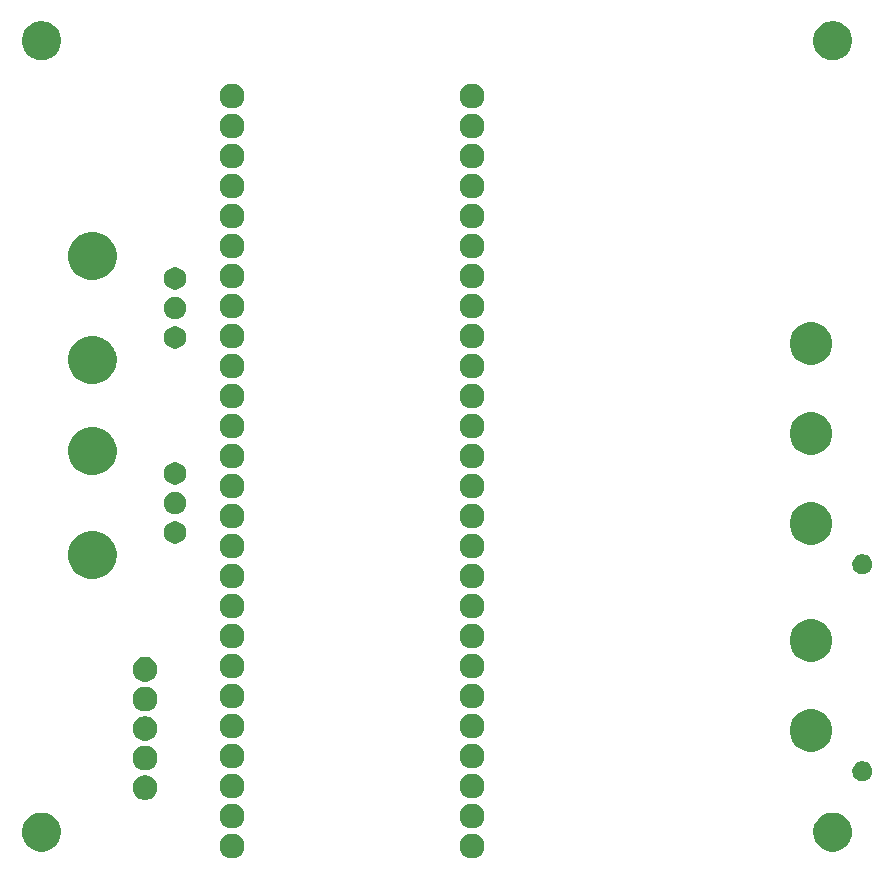
<source format=gbs>
G04 #@! TF.GenerationSoftware,KiCad,Pcbnew,(5.0.2)-1*
G04 #@! TF.CreationDate,2020-05-08T19:47:47+09:00*
G04 #@! TF.ProjectId,Sensorless_BLDC_Driver,53656e73-6f72-46c6-9573-735f424c4443,rev?*
G04 #@! TF.SameCoordinates,Original*
G04 #@! TF.FileFunction,Soldermask,Bot*
G04 #@! TF.FilePolarity,Negative*
%FSLAX46Y46*%
G04 Gerber Fmt 4.6, Leading zero omitted, Abs format (unit mm)*
G04 Created by KiCad (PCBNEW (5.0.2)-1) date 2020/05/08 19:47:47*
%MOMM*%
%LPD*%
G01*
G04 APERTURE LIST*
%ADD10C,0.100000*%
G04 APERTURE END LIST*
D10*
G36*
X198262565Y-148672389D02*
X198453834Y-148751615D01*
X198625976Y-148866637D01*
X198772363Y-149013024D01*
X198887385Y-149185166D01*
X198966611Y-149376435D01*
X199007000Y-149579484D01*
X199007000Y-149786516D01*
X198966611Y-149989565D01*
X198887385Y-150180834D01*
X198772363Y-150352976D01*
X198625976Y-150499363D01*
X198453834Y-150614385D01*
X198262565Y-150693611D01*
X198059516Y-150734000D01*
X197852484Y-150734000D01*
X197649435Y-150693611D01*
X197458166Y-150614385D01*
X197286024Y-150499363D01*
X197139637Y-150352976D01*
X197024615Y-150180834D01*
X196945389Y-149989565D01*
X196905000Y-149786516D01*
X196905000Y-149579484D01*
X196945389Y-149376435D01*
X197024615Y-149185166D01*
X197139637Y-149013024D01*
X197286024Y-148866637D01*
X197458166Y-148751615D01*
X197649435Y-148672389D01*
X197852484Y-148632000D01*
X198059516Y-148632000D01*
X198262565Y-148672389D01*
X198262565Y-148672389D01*
G37*
G36*
X177942565Y-148672389D02*
X178133834Y-148751615D01*
X178305976Y-148866637D01*
X178452363Y-149013024D01*
X178567385Y-149185166D01*
X178646611Y-149376435D01*
X178687000Y-149579484D01*
X178687000Y-149786516D01*
X178646611Y-149989565D01*
X178567385Y-150180834D01*
X178452363Y-150352976D01*
X178305976Y-150499363D01*
X178133834Y-150614385D01*
X177942565Y-150693611D01*
X177739516Y-150734000D01*
X177532484Y-150734000D01*
X177329435Y-150693611D01*
X177138166Y-150614385D01*
X176966024Y-150499363D01*
X176819637Y-150352976D01*
X176704615Y-150180834D01*
X176625389Y-149989565D01*
X176585000Y-149786516D01*
X176585000Y-149579484D01*
X176625389Y-149376435D01*
X176704615Y-149185166D01*
X176819637Y-149013024D01*
X176966024Y-148866637D01*
X177138166Y-148751615D01*
X177329435Y-148672389D01*
X177532484Y-148632000D01*
X177739516Y-148632000D01*
X177942565Y-148672389D01*
X177942565Y-148672389D01*
G37*
G36*
X228875256Y-146891298D02*
X228981579Y-146912447D01*
X229282042Y-147036903D01*
X229548852Y-147215180D01*
X229552454Y-147217587D01*
X229782413Y-147447546D01*
X229963098Y-147717960D01*
X230087553Y-148018422D01*
X230151000Y-148337389D01*
X230151000Y-148662611D01*
X230110417Y-148866635D01*
X230087553Y-148981579D01*
X230003225Y-149185165D01*
X229963098Y-149282040D01*
X229782413Y-149552454D01*
X229552454Y-149782413D01*
X229552451Y-149782415D01*
X229282042Y-149963097D01*
X228981579Y-150087553D01*
X228875256Y-150108702D01*
X228662611Y-150151000D01*
X228337389Y-150151000D01*
X228124744Y-150108702D01*
X228018421Y-150087553D01*
X227717958Y-149963097D01*
X227447549Y-149782415D01*
X227447546Y-149782413D01*
X227217587Y-149552454D01*
X227036902Y-149282040D01*
X226996775Y-149185165D01*
X226912447Y-148981579D01*
X226889583Y-148866635D01*
X226849000Y-148662611D01*
X226849000Y-148337389D01*
X226912447Y-148018422D01*
X227036902Y-147717960D01*
X227217587Y-147447546D01*
X227447546Y-147217587D01*
X227451148Y-147215180D01*
X227717958Y-147036903D01*
X228018421Y-146912447D01*
X228124744Y-146891298D01*
X228337389Y-146849000D01*
X228662611Y-146849000D01*
X228875256Y-146891298D01*
X228875256Y-146891298D01*
G37*
G36*
X161875256Y-146891298D02*
X161981579Y-146912447D01*
X162282042Y-147036903D01*
X162548852Y-147215180D01*
X162552454Y-147217587D01*
X162782413Y-147447546D01*
X162963098Y-147717960D01*
X163087553Y-148018422D01*
X163151000Y-148337389D01*
X163151000Y-148662611D01*
X163110417Y-148866635D01*
X163087553Y-148981579D01*
X163003225Y-149185165D01*
X162963098Y-149282040D01*
X162782413Y-149552454D01*
X162552454Y-149782413D01*
X162552451Y-149782415D01*
X162282042Y-149963097D01*
X161981579Y-150087553D01*
X161875256Y-150108702D01*
X161662611Y-150151000D01*
X161337389Y-150151000D01*
X161124744Y-150108702D01*
X161018421Y-150087553D01*
X160717958Y-149963097D01*
X160447549Y-149782415D01*
X160447546Y-149782413D01*
X160217587Y-149552454D01*
X160036902Y-149282040D01*
X159996775Y-149185165D01*
X159912447Y-148981579D01*
X159889583Y-148866635D01*
X159849000Y-148662611D01*
X159849000Y-148337389D01*
X159912447Y-148018422D01*
X160036902Y-147717960D01*
X160217587Y-147447546D01*
X160447546Y-147217587D01*
X160451148Y-147215180D01*
X160717958Y-147036903D01*
X161018421Y-146912447D01*
X161124744Y-146891298D01*
X161337389Y-146849000D01*
X161662611Y-146849000D01*
X161875256Y-146891298D01*
X161875256Y-146891298D01*
G37*
G36*
X177942565Y-146132389D02*
X178133834Y-146211615D01*
X178305976Y-146326637D01*
X178452363Y-146473024D01*
X178567385Y-146645166D01*
X178646611Y-146836435D01*
X178687000Y-147039484D01*
X178687000Y-147246516D01*
X178646611Y-147449565D01*
X178567385Y-147640834D01*
X178452363Y-147812976D01*
X178305976Y-147959363D01*
X178133834Y-148074385D01*
X177942565Y-148153611D01*
X177739516Y-148194000D01*
X177532484Y-148194000D01*
X177329435Y-148153611D01*
X177138166Y-148074385D01*
X176966024Y-147959363D01*
X176819637Y-147812976D01*
X176704615Y-147640834D01*
X176625389Y-147449565D01*
X176585000Y-147246516D01*
X176585000Y-147039484D01*
X176625389Y-146836435D01*
X176704615Y-146645166D01*
X176819637Y-146473024D01*
X176966024Y-146326637D01*
X177138166Y-146211615D01*
X177329435Y-146132389D01*
X177532484Y-146092000D01*
X177739516Y-146092000D01*
X177942565Y-146132389D01*
X177942565Y-146132389D01*
G37*
G36*
X198262565Y-146132389D02*
X198453834Y-146211615D01*
X198625976Y-146326637D01*
X198772363Y-146473024D01*
X198887385Y-146645166D01*
X198966611Y-146836435D01*
X199007000Y-147039484D01*
X199007000Y-147246516D01*
X198966611Y-147449565D01*
X198887385Y-147640834D01*
X198772363Y-147812976D01*
X198625976Y-147959363D01*
X198453834Y-148074385D01*
X198262565Y-148153611D01*
X198059516Y-148194000D01*
X197852484Y-148194000D01*
X197649435Y-148153611D01*
X197458166Y-148074385D01*
X197286024Y-147959363D01*
X197139637Y-147812976D01*
X197024615Y-147640834D01*
X196945389Y-147449565D01*
X196905000Y-147246516D01*
X196905000Y-147039484D01*
X196945389Y-146836435D01*
X197024615Y-146645166D01*
X197139637Y-146473024D01*
X197286024Y-146326637D01*
X197458166Y-146211615D01*
X197649435Y-146132389D01*
X197852484Y-146092000D01*
X198059516Y-146092000D01*
X198262565Y-146132389D01*
X198262565Y-146132389D01*
G37*
G36*
X170576565Y-143719389D02*
X170767834Y-143798615D01*
X170939976Y-143913637D01*
X171086363Y-144060024D01*
X171201385Y-144232166D01*
X171280611Y-144423435D01*
X171321000Y-144626484D01*
X171321000Y-144833516D01*
X171280611Y-145036565D01*
X171201385Y-145227834D01*
X171086363Y-145399976D01*
X170939976Y-145546363D01*
X170767834Y-145661385D01*
X170576565Y-145740611D01*
X170373516Y-145781000D01*
X170166484Y-145781000D01*
X169963435Y-145740611D01*
X169772166Y-145661385D01*
X169600024Y-145546363D01*
X169453637Y-145399976D01*
X169338615Y-145227834D01*
X169259389Y-145036565D01*
X169219000Y-144833516D01*
X169219000Y-144626484D01*
X169259389Y-144423435D01*
X169338615Y-144232166D01*
X169453637Y-144060024D01*
X169600024Y-143913637D01*
X169772166Y-143798615D01*
X169963435Y-143719389D01*
X170166484Y-143679000D01*
X170373516Y-143679000D01*
X170576565Y-143719389D01*
X170576565Y-143719389D01*
G37*
G36*
X177942565Y-143592389D02*
X178133834Y-143671615D01*
X178305976Y-143786637D01*
X178452363Y-143933024D01*
X178567385Y-144105166D01*
X178646611Y-144296435D01*
X178687000Y-144499484D01*
X178687000Y-144706516D01*
X178646611Y-144909565D01*
X178567385Y-145100834D01*
X178452363Y-145272976D01*
X178305976Y-145419363D01*
X178133834Y-145534385D01*
X177942565Y-145613611D01*
X177739516Y-145654000D01*
X177532484Y-145654000D01*
X177329435Y-145613611D01*
X177138166Y-145534385D01*
X176966024Y-145419363D01*
X176819637Y-145272976D01*
X176704615Y-145100834D01*
X176625389Y-144909565D01*
X176585000Y-144706516D01*
X176585000Y-144499484D01*
X176625389Y-144296435D01*
X176704615Y-144105166D01*
X176819637Y-143933024D01*
X176966024Y-143786637D01*
X177138166Y-143671615D01*
X177329435Y-143592389D01*
X177532484Y-143552000D01*
X177739516Y-143552000D01*
X177942565Y-143592389D01*
X177942565Y-143592389D01*
G37*
G36*
X198262565Y-143592389D02*
X198453834Y-143671615D01*
X198625976Y-143786637D01*
X198772363Y-143933024D01*
X198887385Y-144105166D01*
X198966611Y-144296435D01*
X199007000Y-144499484D01*
X199007000Y-144706516D01*
X198966611Y-144909565D01*
X198887385Y-145100834D01*
X198772363Y-145272976D01*
X198625976Y-145419363D01*
X198453834Y-145534385D01*
X198262565Y-145613611D01*
X198059516Y-145654000D01*
X197852484Y-145654000D01*
X197649435Y-145613611D01*
X197458166Y-145534385D01*
X197286024Y-145419363D01*
X197139637Y-145272976D01*
X197024615Y-145100834D01*
X196945389Y-144909565D01*
X196905000Y-144706516D01*
X196905000Y-144499484D01*
X196945389Y-144296435D01*
X197024615Y-144105166D01*
X197139637Y-143933024D01*
X197286024Y-143786637D01*
X197458166Y-143671615D01*
X197649435Y-143592389D01*
X197852484Y-143552000D01*
X198059516Y-143552000D01*
X198262565Y-143592389D01*
X198262565Y-143592389D01*
G37*
G36*
X231256228Y-142535703D02*
X231411100Y-142599853D01*
X231550481Y-142692985D01*
X231669015Y-142811519D01*
X231762147Y-142950900D01*
X231826297Y-143105772D01*
X231859000Y-143270184D01*
X231859000Y-143437816D01*
X231826297Y-143602228D01*
X231762147Y-143757100D01*
X231669015Y-143896481D01*
X231550481Y-144015015D01*
X231411100Y-144108147D01*
X231256228Y-144172297D01*
X231091816Y-144205000D01*
X230924184Y-144205000D01*
X230759772Y-144172297D01*
X230604900Y-144108147D01*
X230465519Y-144015015D01*
X230346985Y-143896481D01*
X230253853Y-143757100D01*
X230189703Y-143602228D01*
X230157000Y-143437816D01*
X230157000Y-143270184D01*
X230189703Y-143105772D01*
X230253853Y-142950900D01*
X230346985Y-142811519D01*
X230465519Y-142692985D01*
X230604900Y-142599853D01*
X230759772Y-142535703D01*
X230924184Y-142503000D01*
X231091816Y-142503000D01*
X231256228Y-142535703D01*
X231256228Y-142535703D01*
G37*
G36*
X170576565Y-141219389D02*
X170767834Y-141298615D01*
X170939976Y-141413637D01*
X171086363Y-141560024D01*
X171201385Y-141732166D01*
X171280611Y-141923435D01*
X171321000Y-142126484D01*
X171321000Y-142333516D01*
X171280611Y-142536565D01*
X171201385Y-142727834D01*
X171086363Y-142899976D01*
X170939976Y-143046363D01*
X170767834Y-143161385D01*
X170576565Y-143240611D01*
X170373516Y-143281000D01*
X170166484Y-143281000D01*
X169963435Y-143240611D01*
X169772166Y-143161385D01*
X169600024Y-143046363D01*
X169453637Y-142899976D01*
X169338615Y-142727834D01*
X169259389Y-142536565D01*
X169219000Y-142333516D01*
X169219000Y-142126484D01*
X169259389Y-141923435D01*
X169338615Y-141732166D01*
X169453637Y-141560024D01*
X169600024Y-141413637D01*
X169772166Y-141298615D01*
X169963435Y-141219389D01*
X170166484Y-141179000D01*
X170373516Y-141179000D01*
X170576565Y-141219389D01*
X170576565Y-141219389D01*
G37*
G36*
X177942565Y-141052389D02*
X178133834Y-141131615D01*
X178305976Y-141246637D01*
X178452363Y-141393024D01*
X178567385Y-141565166D01*
X178646611Y-141756435D01*
X178687000Y-141959484D01*
X178687000Y-142166516D01*
X178646611Y-142369565D01*
X178567385Y-142560834D01*
X178452363Y-142732976D01*
X178305976Y-142879363D01*
X178133834Y-142994385D01*
X177942565Y-143073611D01*
X177739516Y-143114000D01*
X177532484Y-143114000D01*
X177329435Y-143073611D01*
X177138166Y-142994385D01*
X176966024Y-142879363D01*
X176819637Y-142732976D01*
X176704615Y-142560834D01*
X176625389Y-142369565D01*
X176585000Y-142166516D01*
X176585000Y-141959484D01*
X176625389Y-141756435D01*
X176704615Y-141565166D01*
X176819637Y-141393024D01*
X176966024Y-141246637D01*
X177138166Y-141131615D01*
X177329435Y-141052389D01*
X177532484Y-141012000D01*
X177739516Y-141012000D01*
X177942565Y-141052389D01*
X177942565Y-141052389D01*
G37*
G36*
X198262565Y-141052389D02*
X198453834Y-141131615D01*
X198625976Y-141246637D01*
X198772363Y-141393024D01*
X198887385Y-141565166D01*
X198966611Y-141756435D01*
X199007000Y-141959484D01*
X199007000Y-142166516D01*
X198966611Y-142369565D01*
X198887385Y-142560834D01*
X198772363Y-142732976D01*
X198625976Y-142879363D01*
X198453834Y-142994385D01*
X198262565Y-143073611D01*
X198059516Y-143114000D01*
X197852484Y-143114000D01*
X197649435Y-143073611D01*
X197458166Y-142994385D01*
X197286024Y-142879363D01*
X197139637Y-142732976D01*
X197024615Y-142560834D01*
X196945389Y-142369565D01*
X196905000Y-142166516D01*
X196905000Y-141959484D01*
X196945389Y-141756435D01*
X197024615Y-141565166D01*
X197139637Y-141393024D01*
X197286024Y-141246637D01*
X197458166Y-141131615D01*
X197649435Y-141052389D01*
X197852484Y-141012000D01*
X198059516Y-141012000D01*
X198262565Y-141052389D01*
X198262565Y-141052389D01*
G37*
G36*
X227183331Y-138172211D02*
X227511092Y-138307974D01*
X227806073Y-138505074D01*
X228056926Y-138755927D01*
X228254026Y-139050908D01*
X228389789Y-139378669D01*
X228459000Y-139726616D01*
X228459000Y-140081384D01*
X228389789Y-140429331D01*
X228254026Y-140757092D01*
X228056926Y-141052073D01*
X227806073Y-141302926D01*
X227511092Y-141500026D01*
X227183331Y-141635789D01*
X226835384Y-141705000D01*
X226480616Y-141705000D01*
X226132669Y-141635789D01*
X225804908Y-141500026D01*
X225509927Y-141302926D01*
X225259074Y-141052073D01*
X225061974Y-140757092D01*
X224926211Y-140429331D01*
X224857000Y-140081384D01*
X224857000Y-139726616D01*
X224926211Y-139378669D01*
X225061974Y-139050908D01*
X225259074Y-138755927D01*
X225509927Y-138505074D01*
X225804908Y-138307974D01*
X226132669Y-138172211D01*
X226480616Y-138103000D01*
X226835384Y-138103000D01*
X227183331Y-138172211D01*
X227183331Y-138172211D01*
G37*
G36*
X170576565Y-138719389D02*
X170767834Y-138798615D01*
X170939976Y-138913637D01*
X171086363Y-139060024D01*
X171201385Y-139232166D01*
X171280611Y-139423435D01*
X171321000Y-139626484D01*
X171321000Y-139833516D01*
X171280611Y-140036565D01*
X171201385Y-140227834D01*
X171086363Y-140399976D01*
X170939976Y-140546363D01*
X170767834Y-140661385D01*
X170576565Y-140740611D01*
X170373516Y-140781000D01*
X170166484Y-140781000D01*
X169963435Y-140740611D01*
X169772166Y-140661385D01*
X169600024Y-140546363D01*
X169453637Y-140399976D01*
X169338615Y-140227834D01*
X169259389Y-140036565D01*
X169219000Y-139833516D01*
X169219000Y-139626484D01*
X169259389Y-139423435D01*
X169338615Y-139232166D01*
X169453637Y-139060024D01*
X169600024Y-138913637D01*
X169772166Y-138798615D01*
X169963435Y-138719389D01*
X170166484Y-138679000D01*
X170373516Y-138679000D01*
X170576565Y-138719389D01*
X170576565Y-138719389D01*
G37*
G36*
X177942565Y-138512389D02*
X178133834Y-138591615D01*
X178305976Y-138706637D01*
X178452363Y-138853024D01*
X178567385Y-139025166D01*
X178646611Y-139216435D01*
X178687000Y-139419484D01*
X178687000Y-139626516D01*
X178646611Y-139829565D01*
X178567385Y-140020834D01*
X178452363Y-140192976D01*
X178305976Y-140339363D01*
X178133834Y-140454385D01*
X177942565Y-140533611D01*
X177739516Y-140574000D01*
X177532484Y-140574000D01*
X177329435Y-140533611D01*
X177138166Y-140454385D01*
X176966024Y-140339363D01*
X176819637Y-140192976D01*
X176704615Y-140020834D01*
X176625389Y-139829565D01*
X176585000Y-139626516D01*
X176585000Y-139419484D01*
X176625389Y-139216435D01*
X176704615Y-139025166D01*
X176819637Y-138853024D01*
X176966024Y-138706637D01*
X177138166Y-138591615D01*
X177329435Y-138512389D01*
X177532484Y-138472000D01*
X177739516Y-138472000D01*
X177942565Y-138512389D01*
X177942565Y-138512389D01*
G37*
G36*
X198262565Y-138512389D02*
X198453834Y-138591615D01*
X198625976Y-138706637D01*
X198772363Y-138853024D01*
X198887385Y-139025166D01*
X198966611Y-139216435D01*
X199007000Y-139419484D01*
X199007000Y-139626516D01*
X198966611Y-139829565D01*
X198887385Y-140020834D01*
X198772363Y-140192976D01*
X198625976Y-140339363D01*
X198453834Y-140454385D01*
X198262565Y-140533611D01*
X198059516Y-140574000D01*
X197852484Y-140574000D01*
X197649435Y-140533611D01*
X197458166Y-140454385D01*
X197286024Y-140339363D01*
X197139637Y-140192976D01*
X197024615Y-140020834D01*
X196945389Y-139829565D01*
X196905000Y-139626516D01*
X196905000Y-139419484D01*
X196945389Y-139216435D01*
X197024615Y-139025166D01*
X197139637Y-138853024D01*
X197286024Y-138706637D01*
X197458166Y-138591615D01*
X197649435Y-138512389D01*
X197852484Y-138472000D01*
X198059516Y-138472000D01*
X198262565Y-138512389D01*
X198262565Y-138512389D01*
G37*
G36*
X170576565Y-136219389D02*
X170767834Y-136298615D01*
X170939976Y-136413637D01*
X171086363Y-136560024D01*
X171201385Y-136732166D01*
X171280611Y-136923435D01*
X171321000Y-137126484D01*
X171321000Y-137333516D01*
X171280611Y-137536565D01*
X171201385Y-137727834D01*
X171086363Y-137899976D01*
X170939976Y-138046363D01*
X170767834Y-138161385D01*
X170576565Y-138240611D01*
X170373516Y-138281000D01*
X170166484Y-138281000D01*
X169963435Y-138240611D01*
X169772166Y-138161385D01*
X169600024Y-138046363D01*
X169453637Y-137899976D01*
X169338615Y-137727834D01*
X169259389Y-137536565D01*
X169219000Y-137333516D01*
X169219000Y-137126484D01*
X169259389Y-136923435D01*
X169338615Y-136732166D01*
X169453637Y-136560024D01*
X169600024Y-136413637D01*
X169772166Y-136298615D01*
X169963435Y-136219389D01*
X170166484Y-136179000D01*
X170373516Y-136179000D01*
X170576565Y-136219389D01*
X170576565Y-136219389D01*
G37*
G36*
X198262565Y-135972389D02*
X198453834Y-136051615D01*
X198625976Y-136166637D01*
X198772363Y-136313024D01*
X198887385Y-136485166D01*
X198966611Y-136676435D01*
X199007000Y-136879484D01*
X199007000Y-137086516D01*
X198966611Y-137289565D01*
X198887385Y-137480834D01*
X198772363Y-137652976D01*
X198625976Y-137799363D01*
X198453834Y-137914385D01*
X198262565Y-137993611D01*
X198059516Y-138034000D01*
X197852484Y-138034000D01*
X197649435Y-137993611D01*
X197458166Y-137914385D01*
X197286024Y-137799363D01*
X197139637Y-137652976D01*
X197024615Y-137480834D01*
X196945389Y-137289565D01*
X196905000Y-137086516D01*
X196905000Y-136879484D01*
X196945389Y-136676435D01*
X197024615Y-136485166D01*
X197139637Y-136313024D01*
X197286024Y-136166637D01*
X197458166Y-136051615D01*
X197649435Y-135972389D01*
X197852484Y-135932000D01*
X198059516Y-135932000D01*
X198262565Y-135972389D01*
X198262565Y-135972389D01*
G37*
G36*
X177942565Y-135972389D02*
X178133834Y-136051615D01*
X178305976Y-136166637D01*
X178452363Y-136313024D01*
X178567385Y-136485166D01*
X178646611Y-136676435D01*
X178687000Y-136879484D01*
X178687000Y-137086516D01*
X178646611Y-137289565D01*
X178567385Y-137480834D01*
X178452363Y-137652976D01*
X178305976Y-137799363D01*
X178133834Y-137914385D01*
X177942565Y-137993611D01*
X177739516Y-138034000D01*
X177532484Y-138034000D01*
X177329435Y-137993611D01*
X177138166Y-137914385D01*
X176966024Y-137799363D01*
X176819637Y-137652976D01*
X176704615Y-137480834D01*
X176625389Y-137289565D01*
X176585000Y-137086516D01*
X176585000Y-136879484D01*
X176625389Y-136676435D01*
X176704615Y-136485166D01*
X176819637Y-136313024D01*
X176966024Y-136166637D01*
X177138166Y-136051615D01*
X177329435Y-135972389D01*
X177532484Y-135932000D01*
X177739516Y-135932000D01*
X177942565Y-135972389D01*
X177942565Y-135972389D01*
G37*
G36*
X170576565Y-133719389D02*
X170767834Y-133798615D01*
X170939976Y-133913637D01*
X171086363Y-134060024D01*
X171201385Y-134232166D01*
X171280611Y-134423435D01*
X171321000Y-134626484D01*
X171321000Y-134833516D01*
X171280611Y-135036565D01*
X171201385Y-135227834D01*
X171086363Y-135399976D01*
X170939976Y-135546363D01*
X170767834Y-135661385D01*
X170576565Y-135740611D01*
X170373516Y-135781000D01*
X170166484Y-135781000D01*
X169963435Y-135740611D01*
X169772166Y-135661385D01*
X169600024Y-135546363D01*
X169453637Y-135399976D01*
X169338615Y-135227834D01*
X169259389Y-135036565D01*
X169219000Y-134833516D01*
X169219000Y-134626484D01*
X169259389Y-134423435D01*
X169338615Y-134232166D01*
X169453637Y-134060024D01*
X169600024Y-133913637D01*
X169772166Y-133798615D01*
X169963435Y-133719389D01*
X170166484Y-133679000D01*
X170373516Y-133679000D01*
X170576565Y-133719389D01*
X170576565Y-133719389D01*
G37*
G36*
X177942565Y-133432389D02*
X178133834Y-133511615D01*
X178305976Y-133626637D01*
X178452363Y-133773024D01*
X178567385Y-133945166D01*
X178646611Y-134136435D01*
X178687000Y-134339484D01*
X178687000Y-134546516D01*
X178646611Y-134749565D01*
X178567385Y-134940834D01*
X178452363Y-135112976D01*
X178305976Y-135259363D01*
X178133834Y-135374385D01*
X177942565Y-135453611D01*
X177739516Y-135494000D01*
X177532484Y-135494000D01*
X177329435Y-135453611D01*
X177138166Y-135374385D01*
X176966024Y-135259363D01*
X176819637Y-135112976D01*
X176704615Y-134940834D01*
X176625389Y-134749565D01*
X176585000Y-134546516D01*
X176585000Y-134339484D01*
X176625389Y-134136435D01*
X176704615Y-133945166D01*
X176819637Y-133773024D01*
X176966024Y-133626637D01*
X177138166Y-133511615D01*
X177329435Y-133432389D01*
X177532484Y-133392000D01*
X177739516Y-133392000D01*
X177942565Y-133432389D01*
X177942565Y-133432389D01*
G37*
G36*
X198262565Y-133432389D02*
X198453834Y-133511615D01*
X198625976Y-133626637D01*
X198772363Y-133773024D01*
X198887385Y-133945166D01*
X198966611Y-134136435D01*
X199007000Y-134339484D01*
X199007000Y-134546516D01*
X198966611Y-134749565D01*
X198887385Y-134940834D01*
X198772363Y-135112976D01*
X198625976Y-135259363D01*
X198453834Y-135374385D01*
X198262565Y-135453611D01*
X198059516Y-135494000D01*
X197852484Y-135494000D01*
X197649435Y-135453611D01*
X197458166Y-135374385D01*
X197286024Y-135259363D01*
X197139637Y-135112976D01*
X197024615Y-134940834D01*
X196945389Y-134749565D01*
X196905000Y-134546516D01*
X196905000Y-134339484D01*
X196945389Y-134136435D01*
X197024615Y-133945166D01*
X197139637Y-133773024D01*
X197286024Y-133626637D01*
X197458166Y-133511615D01*
X197649435Y-133432389D01*
X197852484Y-133392000D01*
X198059516Y-133392000D01*
X198262565Y-133432389D01*
X198262565Y-133432389D01*
G37*
G36*
X227183331Y-130552211D02*
X227511092Y-130687974D01*
X227806073Y-130885074D01*
X228056926Y-131135927D01*
X228254026Y-131430908D01*
X228389789Y-131758669D01*
X228459000Y-132106616D01*
X228459000Y-132461384D01*
X228389789Y-132809331D01*
X228254026Y-133137092D01*
X228056926Y-133432073D01*
X227806073Y-133682926D01*
X227511092Y-133880026D01*
X227183331Y-134015789D01*
X226835384Y-134085000D01*
X226480616Y-134085000D01*
X226132669Y-134015789D01*
X225804908Y-133880026D01*
X225509927Y-133682926D01*
X225259074Y-133432073D01*
X225061974Y-133137092D01*
X224926211Y-132809331D01*
X224857000Y-132461384D01*
X224857000Y-132106616D01*
X224926211Y-131758669D01*
X225061974Y-131430908D01*
X225259074Y-131135927D01*
X225509927Y-130885074D01*
X225804908Y-130687974D01*
X226132669Y-130552211D01*
X226480616Y-130483000D01*
X226835384Y-130483000D01*
X227183331Y-130552211D01*
X227183331Y-130552211D01*
G37*
G36*
X177942565Y-130892389D02*
X178133834Y-130971615D01*
X178305976Y-131086637D01*
X178452363Y-131233024D01*
X178567385Y-131405166D01*
X178646611Y-131596435D01*
X178687000Y-131799484D01*
X178687000Y-132006516D01*
X178646611Y-132209565D01*
X178567385Y-132400834D01*
X178452363Y-132572976D01*
X178305976Y-132719363D01*
X178133834Y-132834385D01*
X177942565Y-132913611D01*
X177739516Y-132954000D01*
X177532484Y-132954000D01*
X177329435Y-132913611D01*
X177138166Y-132834385D01*
X176966024Y-132719363D01*
X176819637Y-132572976D01*
X176704615Y-132400834D01*
X176625389Y-132209565D01*
X176585000Y-132006516D01*
X176585000Y-131799484D01*
X176625389Y-131596435D01*
X176704615Y-131405166D01*
X176819637Y-131233024D01*
X176966024Y-131086637D01*
X177138166Y-130971615D01*
X177329435Y-130892389D01*
X177532484Y-130852000D01*
X177739516Y-130852000D01*
X177942565Y-130892389D01*
X177942565Y-130892389D01*
G37*
G36*
X198262565Y-130892389D02*
X198453834Y-130971615D01*
X198625976Y-131086637D01*
X198772363Y-131233024D01*
X198887385Y-131405166D01*
X198966611Y-131596435D01*
X199007000Y-131799484D01*
X199007000Y-132006516D01*
X198966611Y-132209565D01*
X198887385Y-132400834D01*
X198772363Y-132572976D01*
X198625976Y-132719363D01*
X198453834Y-132834385D01*
X198262565Y-132913611D01*
X198059516Y-132954000D01*
X197852484Y-132954000D01*
X197649435Y-132913611D01*
X197458166Y-132834385D01*
X197286024Y-132719363D01*
X197139637Y-132572976D01*
X197024615Y-132400834D01*
X196945389Y-132209565D01*
X196905000Y-132006516D01*
X196905000Y-131799484D01*
X196945389Y-131596435D01*
X197024615Y-131405166D01*
X197139637Y-131233024D01*
X197286024Y-131086637D01*
X197458166Y-130971615D01*
X197649435Y-130892389D01*
X197852484Y-130852000D01*
X198059516Y-130852000D01*
X198262565Y-130892389D01*
X198262565Y-130892389D01*
G37*
G36*
X198262565Y-128352389D02*
X198453834Y-128431615D01*
X198625976Y-128546637D01*
X198772363Y-128693024D01*
X198887385Y-128865166D01*
X198966611Y-129056435D01*
X199007000Y-129259484D01*
X199007000Y-129466516D01*
X198966611Y-129669565D01*
X198887385Y-129860834D01*
X198772363Y-130032976D01*
X198625976Y-130179363D01*
X198453834Y-130294385D01*
X198262565Y-130373611D01*
X198059516Y-130414000D01*
X197852484Y-130414000D01*
X197649435Y-130373611D01*
X197458166Y-130294385D01*
X197286024Y-130179363D01*
X197139637Y-130032976D01*
X197024615Y-129860834D01*
X196945389Y-129669565D01*
X196905000Y-129466516D01*
X196905000Y-129259484D01*
X196945389Y-129056435D01*
X197024615Y-128865166D01*
X197139637Y-128693024D01*
X197286024Y-128546637D01*
X197458166Y-128431615D01*
X197649435Y-128352389D01*
X197852484Y-128312000D01*
X198059516Y-128312000D01*
X198262565Y-128352389D01*
X198262565Y-128352389D01*
G37*
G36*
X177942565Y-128352389D02*
X178133834Y-128431615D01*
X178305976Y-128546637D01*
X178452363Y-128693024D01*
X178567385Y-128865166D01*
X178646611Y-129056435D01*
X178687000Y-129259484D01*
X178687000Y-129466516D01*
X178646611Y-129669565D01*
X178567385Y-129860834D01*
X178452363Y-130032976D01*
X178305976Y-130179363D01*
X178133834Y-130294385D01*
X177942565Y-130373611D01*
X177739516Y-130414000D01*
X177532484Y-130414000D01*
X177329435Y-130373611D01*
X177138166Y-130294385D01*
X176966024Y-130179363D01*
X176819637Y-130032976D01*
X176704615Y-129860834D01*
X176625389Y-129669565D01*
X176585000Y-129466516D01*
X176585000Y-129259484D01*
X176625389Y-129056435D01*
X176704615Y-128865166D01*
X176819637Y-128693024D01*
X176966024Y-128546637D01*
X177138166Y-128431615D01*
X177329435Y-128352389D01*
X177532484Y-128312000D01*
X177739516Y-128312000D01*
X177942565Y-128352389D01*
X177942565Y-128352389D01*
G37*
G36*
X177942565Y-125812389D02*
X178133834Y-125891615D01*
X178305976Y-126006637D01*
X178452363Y-126153024D01*
X178567385Y-126325166D01*
X178646611Y-126516435D01*
X178687000Y-126719484D01*
X178687000Y-126926516D01*
X178646611Y-127129565D01*
X178567385Y-127320834D01*
X178452363Y-127492976D01*
X178305976Y-127639363D01*
X178133834Y-127754385D01*
X177942565Y-127833611D01*
X177739516Y-127874000D01*
X177532484Y-127874000D01*
X177329435Y-127833611D01*
X177138166Y-127754385D01*
X176966024Y-127639363D01*
X176819637Y-127492976D01*
X176704615Y-127320834D01*
X176625389Y-127129565D01*
X176585000Y-126926516D01*
X176585000Y-126719484D01*
X176625389Y-126516435D01*
X176704615Y-126325166D01*
X176819637Y-126153024D01*
X176966024Y-126006637D01*
X177138166Y-125891615D01*
X177329435Y-125812389D01*
X177532484Y-125772000D01*
X177739516Y-125772000D01*
X177942565Y-125812389D01*
X177942565Y-125812389D01*
G37*
G36*
X198262565Y-125812389D02*
X198453834Y-125891615D01*
X198625976Y-126006637D01*
X198772363Y-126153024D01*
X198887385Y-126325166D01*
X198966611Y-126516435D01*
X199007000Y-126719484D01*
X199007000Y-126926516D01*
X198966611Y-127129565D01*
X198887385Y-127320834D01*
X198772363Y-127492976D01*
X198625976Y-127639363D01*
X198453834Y-127754385D01*
X198262565Y-127833611D01*
X198059516Y-127874000D01*
X197852484Y-127874000D01*
X197649435Y-127833611D01*
X197458166Y-127754385D01*
X197286024Y-127639363D01*
X197139637Y-127492976D01*
X197024615Y-127320834D01*
X196945389Y-127129565D01*
X196905000Y-126926516D01*
X196905000Y-126719484D01*
X196945389Y-126516435D01*
X197024615Y-126325166D01*
X197139637Y-126153024D01*
X197286024Y-126006637D01*
X197458166Y-125891615D01*
X197649435Y-125812389D01*
X197852484Y-125772000D01*
X198059516Y-125772000D01*
X198262565Y-125812389D01*
X198262565Y-125812389D01*
G37*
G36*
X166408252Y-123067818D02*
X166408254Y-123067819D01*
X166408255Y-123067819D01*
X166781513Y-123222427D01*
X167073304Y-123417396D01*
X167117439Y-123446886D01*
X167403114Y-123732561D01*
X167403116Y-123732564D01*
X167627573Y-124068487D01*
X167759304Y-124386516D01*
X167782182Y-124441748D01*
X167861000Y-124837993D01*
X167861000Y-125242007D01*
X167850736Y-125293610D01*
X167782181Y-125638255D01*
X167627573Y-126011513D01*
X167533018Y-126153024D01*
X167403114Y-126347439D01*
X167117439Y-126633114D01*
X167117436Y-126633116D01*
X166781513Y-126857573D01*
X166408255Y-127012181D01*
X166408254Y-127012181D01*
X166408252Y-127012182D01*
X166012007Y-127091000D01*
X165607993Y-127091000D01*
X165211748Y-127012182D01*
X165211746Y-127012181D01*
X165211745Y-127012181D01*
X164838487Y-126857573D01*
X164502564Y-126633116D01*
X164502561Y-126633114D01*
X164216886Y-126347439D01*
X164086982Y-126153024D01*
X163992427Y-126011513D01*
X163837819Y-125638255D01*
X163769265Y-125293610D01*
X163759000Y-125242007D01*
X163759000Y-124837993D01*
X163837818Y-124441748D01*
X163860696Y-124386516D01*
X163992427Y-124068487D01*
X164216884Y-123732564D01*
X164216886Y-123732561D01*
X164502561Y-123446886D01*
X164546696Y-123417396D01*
X164838487Y-123222427D01*
X165211745Y-123067819D01*
X165211746Y-123067819D01*
X165211748Y-123067818D01*
X165607993Y-122989000D01*
X166012007Y-122989000D01*
X166408252Y-123067818D01*
X166408252Y-123067818D01*
G37*
G36*
X231256228Y-125009703D02*
X231411100Y-125073853D01*
X231550481Y-125166985D01*
X231669015Y-125285519D01*
X231762147Y-125424900D01*
X231826297Y-125579772D01*
X231859000Y-125744184D01*
X231859000Y-125911816D01*
X231826297Y-126076228D01*
X231762147Y-126231100D01*
X231669015Y-126370481D01*
X231550481Y-126489015D01*
X231411100Y-126582147D01*
X231256228Y-126646297D01*
X231091816Y-126679000D01*
X230924184Y-126679000D01*
X230759772Y-126646297D01*
X230604900Y-126582147D01*
X230465519Y-126489015D01*
X230346985Y-126370481D01*
X230253853Y-126231100D01*
X230189703Y-126076228D01*
X230157000Y-125911816D01*
X230157000Y-125744184D01*
X230189703Y-125579772D01*
X230253853Y-125424900D01*
X230346985Y-125285519D01*
X230465519Y-125166985D01*
X230604900Y-125073853D01*
X230759772Y-125009703D01*
X230924184Y-124977000D01*
X231091816Y-124977000D01*
X231256228Y-125009703D01*
X231256228Y-125009703D01*
G37*
G36*
X177942565Y-123272389D02*
X178133834Y-123351615D01*
X178305976Y-123466637D01*
X178452363Y-123613024D01*
X178567385Y-123785166D01*
X178646611Y-123976435D01*
X178687000Y-124179484D01*
X178687000Y-124386516D01*
X178646611Y-124589565D01*
X178567385Y-124780834D01*
X178452363Y-124952976D01*
X178305976Y-125099363D01*
X178133834Y-125214385D01*
X177942565Y-125293611D01*
X177739516Y-125334000D01*
X177532484Y-125334000D01*
X177329435Y-125293611D01*
X177138166Y-125214385D01*
X176966024Y-125099363D01*
X176819637Y-124952976D01*
X176704615Y-124780834D01*
X176625389Y-124589565D01*
X176585000Y-124386516D01*
X176585000Y-124179484D01*
X176625389Y-123976435D01*
X176704615Y-123785166D01*
X176819637Y-123613024D01*
X176966024Y-123466637D01*
X177138166Y-123351615D01*
X177329435Y-123272389D01*
X177532484Y-123232000D01*
X177739516Y-123232000D01*
X177942565Y-123272389D01*
X177942565Y-123272389D01*
G37*
G36*
X198262565Y-123272389D02*
X198453834Y-123351615D01*
X198625976Y-123466637D01*
X198772363Y-123613024D01*
X198887385Y-123785166D01*
X198966611Y-123976435D01*
X199007000Y-124179484D01*
X199007000Y-124386516D01*
X198966611Y-124589565D01*
X198887385Y-124780834D01*
X198772363Y-124952976D01*
X198625976Y-125099363D01*
X198453834Y-125214385D01*
X198262565Y-125293611D01*
X198059516Y-125334000D01*
X197852484Y-125334000D01*
X197649435Y-125293611D01*
X197458166Y-125214385D01*
X197286024Y-125099363D01*
X197139637Y-124952976D01*
X197024615Y-124780834D01*
X196945389Y-124589565D01*
X196905000Y-124386516D01*
X196905000Y-124179484D01*
X196945389Y-123976435D01*
X197024615Y-123785166D01*
X197139637Y-123613024D01*
X197286024Y-123466637D01*
X197458166Y-123351615D01*
X197649435Y-123272389D01*
X197852484Y-123232000D01*
X198059516Y-123232000D01*
X198262565Y-123272389D01*
X198262565Y-123272389D01*
G37*
G36*
X227183331Y-120646211D02*
X227511092Y-120781974D01*
X227806073Y-120979074D01*
X228056926Y-121229927D01*
X228254026Y-121524908D01*
X228389789Y-121852669D01*
X228459000Y-122200616D01*
X228459000Y-122555384D01*
X228389789Y-122903331D01*
X228254026Y-123231092D01*
X228056926Y-123526073D01*
X227806073Y-123776926D01*
X227511092Y-123974026D01*
X227183331Y-124109789D01*
X226835384Y-124179000D01*
X226480616Y-124179000D01*
X226132669Y-124109789D01*
X225804908Y-123974026D01*
X225509927Y-123776926D01*
X225259074Y-123526073D01*
X225061974Y-123231092D01*
X224926211Y-122903331D01*
X224857000Y-122555384D01*
X224857000Y-122200616D01*
X224926211Y-121852669D01*
X225061974Y-121524908D01*
X225259074Y-121229927D01*
X225509927Y-120979074D01*
X225804908Y-120781974D01*
X226132669Y-120646211D01*
X226480616Y-120577000D01*
X226835384Y-120577000D01*
X227183331Y-120646211D01*
X227183331Y-120646211D01*
G37*
G36*
X173087396Y-122225546D02*
X173260466Y-122297234D01*
X173416230Y-122401312D01*
X173548688Y-122533770D01*
X173652766Y-122689534D01*
X173724454Y-122862604D01*
X173761000Y-123046333D01*
X173761000Y-123233667D01*
X173724454Y-123417396D01*
X173652766Y-123590466D01*
X173548688Y-123746230D01*
X173416230Y-123878688D01*
X173260466Y-123982766D01*
X173087396Y-124054454D01*
X172903667Y-124091000D01*
X172716333Y-124091000D01*
X172532604Y-124054454D01*
X172359534Y-123982766D01*
X172203770Y-123878688D01*
X172071312Y-123746230D01*
X171967234Y-123590466D01*
X171895546Y-123417396D01*
X171859000Y-123233667D01*
X171859000Y-123046333D01*
X171895546Y-122862604D01*
X171967234Y-122689534D01*
X172071312Y-122533770D01*
X172203770Y-122401312D01*
X172359534Y-122297234D01*
X172532604Y-122225546D01*
X172716333Y-122189000D01*
X172903667Y-122189000D01*
X173087396Y-122225546D01*
X173087396Y-122225546D01*
G37*
G36*
X198262565Y-120732389D02*
X198453834Y-120811615D01*
X198625976Y-120926637D01*
X198772363Y-121073024D01*
X198887385Y-121245166D01*
X198966611Y-121436435D01*
X199007000Y-121639484D01*
X199007000Y-121846516D01*
X198966611Y-122049565D01*
X198887385Y-122240834D01*
X198772363Y-122412976D01*
X198625976Y-122559363D01*
X198453834Y-122674385D01*
X198262565Y-122753611D01*
X198059516Y-122794000D01*
X197852484Y-122794000D01*
X197649435Y-122753611D01*
X197458166Y-122674385D01*
X197286024Y-122559363D01*
X197139637Y-122412976D01*
X197024615Y-122240834D01*
X196945389Y-122049565D01*
X196905000Y-121846516D01*
X196905000Y-121639484D01*
X196945389Y-121436435D01*
X197024615Y-121245166D01*
X197139637Y-121073024D01*
X197286024Y-120926637D01*
X197458166Y-120811615D01*
X197649435Y-120732389D01*
X197852484Y-120692000D01*
X198059516Y-120692000D01*
X198262565Y-120732389D01*
X198262565Y-120732389D01*
G37*
G36*
X177942565Y-120732389D02*
X178133834Y-120811615D01*
X178305976Y-120926637D01*
X178452363Y-121073024D01*
X178567385Y-121245166D01*
X178646611Y-121436435D01*
X178687000Y-121639484D01*
X178687000Y-121846516D01*
X178646611Y-122049565D01*
X178567385Y-122240834D01*
X178452363Y-122412976D01*
X178305976Y-122559363D01*
X178133834Y-122674385D01*
X177942565Y-122753611D01*
X177739516Y-122794000D01*
X177532484Y-122794000D01*
X177329435Y-122753611D01*
X177138166Y-122674385D01*
X176966024Y-122559363D01*
X176819637Y-122412976D01*
X176704615Y-122240834D01*
X176625389Y-122049565D01*
X176585000Y-121846516D01*
X176585000Y-121639484D01*
X176625389Y-121436435D01*
X176704615Y-121245166D01*
X176819637Y-121073024D01*
X176966024Y-120926637D01*
X177138166Y-120811615D01*
X177329435Y-120732389D01*
X177532484Y-120692000D01*
X177739516Y-120692000D01*
X177942565Y-120732389D01*
X177942565Y-120732389D01*
G37*
G36*
X173087396Y-119725546D02*
X173260466Y-119797234D01*
X173416230Y-119901312D01*
X173548688Y-120033770D01*
X173652766Y-120189534D01*
X173724454Y-120362604D01*
X173761000Y-120546333D01*
X173761000Y-120733667D01*
X173724454Y-120917396D01*
X173652766Y-121090466D01*
X173548688Y-121246230D01*
X173416230Y-121378688D01*
X173260466Y-121482766D01*
X173087396Y-121554454D01*
X172903667Y-121591000D01*
X172716333Y-121591000D01*
X172532604Y-121554454D01*
X172359534Y-121482766D01*
X172203770Y-121378688D01*
X172071312Y-121246230D01*
X171967234Y-121090466D01*
X171895546Y-120917396D01*
X171859000Y-120733667D01*
X171859000Y-120546333D01*
X171895546Y-120362604D01*
X171967234Y-120189534D01*
X172071312Y-120033770D01*
X172203770Y-119901312D01*
X172359534Y-119797234D01*
X172532604Y-119725546D01*
X172716333Y-119689000D01*
X172903667Y-119689000D01*
X173087396Y-119725546D01*
X173087396Y-119725546D01*
G37*
G36*
X198262565Y-118192389D02*
X198453834Y-118271615D01*
X198625976Y-118386637D01*
X198772363Y-118533024D01*
X198887385Y-118705166D01*
X198966611Y-118896435D01*
X199007000Y-119099484D01*
X199007000Y-119306516D01*
X198966611Y-119509565D01*
X198887385Y-119700834D01*
X198772363Y-119872976D01*
X198625976Y-120019363D01*
X198453834Y-120134385D01*
X198262565Y-120213611D01*
X198059516Y-120254000D01*
X197852484Y-120254000D01*
X197649435Y-120213611D01*
X197458166Y-120134385D01*
X197286024Y-120019363D01*
X197139637Y-119872976D01*
X197024615Y-119700834D01*
X196945389Y-119509565D01*
X196905000Y-119306516D01*
X196905000Y-119099484D01*
X196945389Y-118896435D01*
X197024615Y-118705166D01*
X197139637Y-118533024D01*
X197286024Y-118386637D01*
X197458166Y-118271615D01*
X197649435Y-118192389D01*
X197852484Y-118152000D01*
X198059516Y-118152000D01*
X198262565Y-118192389D01*
X198262565Y-118192389D01*
G37*
G36*
X177942565Y-118192389D02*
X178133834Y-118271615D01*
X178305976Y-118386637D01*
X178452363Y-118533024D01*
X178567385Y-118705166D01*
X178646611Y-118896435D01*
X178687000Y-119099484D01*
X178687000Y-119306516D01*
X178646611Y-119509565D01*
X178567385Y-119700834D01*
X178452363Y-119872976D01*
X178305976Y-120019363D01*
X178133834Y-120134385D01*
X177942565Y-120213611D01*
X177739516Y-120254000D01*
X177532484Y-120254000D01*
X177329435Y-120213611D01*
X177138166Y-120134385D01*
X176966024Y-120019363D01*
X176819637Y-119872976D01*
X176704615Y-119700834D01*
X176625389Y-119509565D01*
X176585000Y-119306516D01*
X176585000Y-119099484D01*
X176625389Y-118896435D01*
X176704615Y-118705166D01*
X176819637Y-118533024D01*
X176966024Y-118386637D01*
X177138166Y-118271615D01*
X177329435Y-118192389D01*
X177532484Y-118152000D01*
X177739516Y-118152000D01*
X177942565Y-118192389D01*
X177942565Y-118192389D01*
G37*
G36*
X173087396Y-117225546D02*
X173260466Y-117297234D01*
X173416230Y-117401312D01*
X173548688Y-117533770D01*
X173652766Y-117689534D01*
X173724454Y-117862604D01*
X173761000Y-118046333D01*
X173761000Y-118233667D01*
X173724454Y-118417396D01*
X173652766Y-118590466D01*
X173548688Y-118746230D01*
X173416230Y-118878688D01*
X173260466Y-118982766D01*
X173087396Y-119054454D01*
X172903667Y-119091000D01*
X172716333Y-119091000D01*
X172532604Y-119054454D01*
X172359534Y-118982766D01*
X172203770Y-118878688D01*
X172071312Y-118746230D01*
X171967234Y-118590466D01*
X171895546Y-118417396D01*
X171859000Y-118233667D01*
X171859000Y-118046333D01*
X171895546Y-117862604D01*
X171967234Y-117689534D01*
X172071312Y-117533770D01*
X172203770Y-117401312D01*
X172359534Y-117297234D01*
X172532604Y-117225546D01*
X172716333Y-117189000D01*
X172903667Y-117189000D01*
X173087396Y-117225546D01*
X173087396Y-117225546D01*
G37*
G36*
X166408252Y-114267818D02*
X166408254Y-114267819D01*
X166408255Y-114267819D01*
X166781513Y-114422427D01*
X167078449Y-114620834D01*
X167117439Y-114646886D01*
X167403114Y-114932561D01*
X167403116Y-114932564D01*
X167627573Y-115268487D01*
X167769860Y-115612000D01*
X167782182Y-115641748D01*
X167861000Y-116037993D01*
X167861000Y-116442007D01*
X167796452Y-116766514D01*
X167782181Y-116838255D01*
X167627573Y-117211513D01*
X167570296Y-117297234D01*
X167403114Y-117547439D01*
X167117439Y-117833114D01*
X167117436Y-117833116D01*
X166781513Y-118057573D01*
X166408255Y-118212181D01*
X166408254Y-118212181D01*
X166408252Y-118212182D01*
X166012007Y-118291000D01*
X165607993Y-118291000D01*
X165211748Y-118212182D01*
X165211746Y-118212181D01*
X165211745Y-118212181D01*
X164838487Y-118057573D01*
X164502564Y-117833116D01*
X164502561Y-117833114D01*
X164216886Y-117547439D01*
X164049704Y-117297234D01*
X163992427Y-117211513D01*
X163837819Y-116838255D01*
X163823549Y-116766514D01*
X163759000Y-116442007D01*
X163759000Y-116037993D01*
X163837818Y-115641748D01*
X163850140Y-115612000D01*
X163992427Y-115268487D01*
X164216884Y-114932564D01*
X164216886Y-114932561D01*
X164502561Y-114646886D01*
X164541551Y-114620834D01*
X164838487Y-114422427D01*
X165211745Y-114267819D01*
X165211746Y-114267819D01*
X165211748Y-114267818D01*
X165607993Y-114189000D01*
X166012007Y-114189000D01*
X166408252Y-114267818D01*
X166408252Y-114267818D01*
G37*
G36*
X198262565Y-115652389D02*
X198453834Y-115731615D01*
X198625976Y-115846637D01*
X198772363Y-115993024D01*
X198887385Y-116165166D01*
X198966611Y-116356435D01*
X199007000Y-116559484D01*
X199007000Y-116766516D01*
X198966611Y-116969565D01*
X198887385Y-117160834D01*
X198772363Y-117332976D01*
X198625976Y-117479363D01*
X198453834Y-117594385D01*
X198262565Y-117673611D01*
X198059516Y-117714000D01*
X197852484Y-117714000D01*
X197649435Y-117673611D01*
X197458166Y-117594385D01*
X197286024Y-117479363D01*
X197139637Y-117332976D01*
X197024615Y-117160834D01*
X196945389Y-116969565D01*
X196905000Y-116766516D01*
X196905000Y-116559484D01*
X196945389Y-116356435D01*
X197024615Y-116165166D01*
X197139637Y-115993024D01*
X197286024Y-115846637D01*
X197458166Y-115731615D01*
X197649435Y-115652389D01*
X197852484Y-115612000D01*
X198059516Y-115612000D01*
X198262565Y-115652389D01*
X198262565Y-115652389D01*
G37*
G36*
X177942565Y-115652389D02*
X178133834Y-115731615D01*
X178305976Y-115846637D01*
X178452363Y-115993024D01*
X178567385Y-116165166D01*
X178646611Y-116356435D01*
X178687000Y-116559484D01*
X178687000Y-116766516D01*
X178646611Y-116969565D01*
X178567385Y-117160834D01*
X178452363Y-117332976D01*
X178305976Y-117479363D01*
X178133834Y-117594385D01*
X177942565Y-117673611D01*
X177739516Y-117714000D01*
X177532484Y-117714000D01*
X177329435Y-117673611D01*
X177138166Y-117594385D01*
X176966024Y-117479363D01*
X176819637Y-117332976D01*
X176704615Y-117160834D01*
X176625389Y-116969565D01*
X176585000Y-116766516D01*
X176585000Y-116559484D01*
X176625389Y-116356435D01*
X176704615Y-116165166D01*
X176819637Y-115993024D01*
X176966024Y-115846637D01*
X177138166Y-115731615D01*
X177329435Y-115652389D01*
X177532484Y-115612000D01*
X177739516Y-115612000D01*
X177942565Y-115652389D01*
X177942565Y-115652389D01*
G37*
G36*
X227183331Y-113026211D02*
X227511092Y-113161974D01*
X227806073Y-113359074D01*
X228056926Y-113609927D01*
X228254026Y-113904908D01*
X228389789Y-114232669D01*
X228459000Y-114580616D01*
X228459000Y-114935384D01*
X228389789Y-115283331D01*
X228254026Y-115611092D01*
X228056926Y-115906073D01*
X227806073Y-116156926D01*
X227511092Y-116354026D01*
X227183331Y-116489789D01*
X226835384Y-116559000D01*
X226480616Y-116559000D01*
X226132669Y-116489789D01*
X225804908Y-116354026D01*
X225509927Y-116156926D01*
X225259074Y-115906073D01*
X225061974Y-115611092D01*
X224926211Y-115283331D01*
X224857000Y-114935384D01*
X224857000Y-114580616D01*
X224926211Y-114232669D01*
X225061974Y-113904908D01*
X225259074Y-113609927D01*
X225509927Y-113359074D01*
X225804908Y-113161974D01*
X226132669Y-113026211D01*
X226480616Y-112957000D01*
X226835384Y-112957000D01*
X227183331Y-113026211D01*
X227183331Y-113026211D01*
G37*
G36*
X198262565Y-113112389D02*
X198453834Y-113191615D01*
X198625976Y-113306637D01*
X198772363Y-113453024D01*
X198887385Y-113625166D01*
X198966611Y-113816435D01*
X199007000Y-114019484D01*
X199007000Y-114226516D01*
X198966611Y-114429565D01*
X198887385Y-114620834D01*
X198772363Y-114792976D01*
X198625976Y-114939363D01*
X198453834Y-115054385D01*
X198262565Y-115133611D01*
X198059516Y-115174000D01*
X197852484Y-115174000D01*
X197649435Y-115133611D01*
X197458166Y-115054385D01*
X197286024Y-114939363D01*
X197139637Y-114792976D01*
X197024615Y-114620834D01*
X196945389Y-114429565D01*
X196905000Y-114226516D01*
X196905000Y-114019484D01*
X196945389Y-113816435D01*
X197024615Y-113625166D01*
X197139637Y-113453024D01*
X197286024Y-113306637D01*
X197458166Y-113191615D01*
X197649435Y-113112389D01*
X197852484Y-113072000D01*
X198059516Y-113072000D01*
X198262565Y-113112389D01*
X198262565Y-113112389D01*
G37*
G36*
X177942565Y-113112389D02*
X178133834Y-113191615D01*
X178305976Y-113306637D01*
X178452363Y-113453024D01*
X178567385Y-113625166D01*
X178646611Y-113816435D01*
X178687000Y-114019484D01*
X178687000Y-114226516D01*
X178646611Y-114429565D01*
X178567385Y-114620834D01*
X178452363Y-114792976D01*
X178305976Y-114939363D01*
X178133834Y-115054385D01*
X177942565Y-115133611D01*
X177739516Y-115174000D01*
X177532484Y-115174000D01*
X177329435Y-115133611D01*
X177138166Y-115054385D01*
X176966024Y-114939363D01*
X176819637Y-114792976D01*
X176704615Y-114620834D01*
X176625389Y-114429565D01*
X176585000Y-114226516D01*
X176585000Y-114019484D01*
X176625389Y-113816435D01*
X176704615Y-113625166D01*
X176819637Y-113453024D01*
X176966024Y-113306637D01*
X177138166Y-113191615D01*
X177329435Y-113112389D01*
X177532484Y-113072000D01*
X177739516Y-113072000D01*
X177942565Y-113112389D01*
X177942565Y-113112389D01*
G37*
G36*
X177942565Y-110572389D02*
X178133834Y-110651615D01*
X178305976Y-110766637D01*
X178452363Y-110913024D01*
X178567385Y-111085166D01*
X178646611Y-111276435D01*
X178687000Y-111479484D01*
X178687000Y-111686516D01*
X178646611Y-111889565D01*
X178567385Y-112080834D01*
X178452363Y-112252976D01*
X178305976Y-112399363D01*
X178133834Y-112514385D01*
X177942565Y-112593611D01*
X177739516Y-112634000D01*
X177532484Y-112634000D01*
X177329435Y-112593611D01*
X177138166Y-112514385D01*
X176966024Y-112399363D01*
X176819637Y-112252976D01*
X176704615Y-112080834D01*
X176625389Y-111889565D01*
X176585000Y-111686516D01*
X176585000Y-111479484D01*
X176625389Y-111276435D01*
X176704615Y-111085166D01*
X176819637Y-110913024D01*
X176966024Y-110766637D01*
X177138166Y-110651615D01*
X177329435Y-110572389D01*
X177532484Y-110532000D01*
X177739516Y-110532000D01*
X177942565Y-110572389D01*
X177942565Y-110572389D01*
G37*
G36*
X198262565Y-110572389D02*
X198453834Y-110651615D01*
X198625976Y-110766637D01*
X198772363Y-110913024D01*
X198887385Y-111085166D01*
X198966611Y-111276435D01*
X199007000Y-111479484D01*
X199007000Y-111686516D01*
X198966611Y-111889565D01*
X198887385Y-112080834D01*
X198772363Y-112252976D01*
X198625976Y-112399363D01*
X198453834Y-112514385D01*
X198262565Y-112593611D01*
X198059516Y-112634000D01*
X197852484Y-112634000D01*
X197649435Y-112593611D01*
X197458166Y-112514385D01*
X197286024Y-112399363D01*
X197139637Y-112252976D01*
X197024615Y-112080834D01*
X196945389Y-111889565D01*
X196905000Y-111686516D01*
X196905000Y-111479484D01*
X196945389Y-111276435D01*
X197024615Y-111085166D01*
X197139637Y-110913024D01*
X197286024Y-110766637D01*
X197458166Y-110651615D01*
X197649435Y-110572389D01*
X197852484Y-110532000D01*
X198059516Y-110532000D01*
X198262565Y-110572389D01*
X198262565Y-110572389D01*
G37*
G36*
X166408252Y-106557818D02*
X166408254Y-106557819D01*
X166408255Y-106557819D01*
X166781513Y-106712427D01*
X166926890Y-106809565D01*
X167117439Y-106936886D01*
X167403114Y-107222561D01*
X167403116Y-107222564D01*
X167627573Y-107558487D01*
X167671001Y-107663332D01*
X167782182Y-107931748D01*
X167861000Y-108327993D01*
X167861000Y-108732007D01*
X167819827Y-108939000D01*
X167782181Y-109128255D01*
X167627573Y-109501513D01*
X167627572Y-109501514D01*
X167403114Y-109837439D01*
X167117439Y-110123114D01*
X167117436Y-110123116D01*
X166781513Y-110347573D01*
X166408255Y-110502181D01*
X166408254Y-110502181D01*
X166408252Y-110502182D01*
X166012007Y-110581000D01*
X165607993Y-110581000D01*
X165211748Y-110502182D01*
X165211746Y-110502181D01*
X165211745Y-110502181D01*
X164838487Y-110347573D01*
X164502564Y-110123116D01*
X164502561Y-110123114D01*
X164216886Y-109837439D01*
X163992428Y-109501514D01*
X163992427Y-109501513D01*
X163837819Y-109128255D01*
X163800174Y-108939000D01*
X163759000Y-108732007D01*
X163759000Y-108327993D01*
X163837818Y-107931748D01*
X163948999Y-107663332D01*
X163992427Y-107558487D01*
X164216884Y-107222564D01*
X164216886Y-107222561D01*
X164502561Y-106936886D01*
X164693110Y-106809565D01*
X164838487Y-106712427D01*
X165211745Y-106557819D01*
X165211746Y-106557819D01*
X165211748Y-106557818D01*
X165607993Y-106479000D01*
X166012007Y-106479000D01*
X166408252Y-106557818D01*
X166408252Y-106557818D01*
G37*
G36*
X198262565Y-108032389D02*
X198453834Y-108111615D01*
X198625976Y-108226637D01*
X198772363Y-108373024D01*
X198887385Y-108545166D01*
X198966611Y-108736435D01*
X199007000Y-108939484D01*
X199007000Y-109146516D01*
X198966611Y-109349565D01*
X198887385Y-109540834D01*
X198772363Y-109712976D01*
X198625976Y-109859363D01*
X198453834Y-109974385D01*
X198262565Y-110053611D01*
X198059516Y-110094000D01*
X197852484Y-110094000D01*
X197649435Y-110053611D01*
X197458166Y-109974385D01*
X197286024Y-109859363D01*
X197139637Y-109712976D01*
X197024615Y-109540834D01*
X196945389Y-109349565D01*
X196905000Y-109146516D01*
X196905000Y-108939484D01*
X196945389Y-108736435D01*
X197024615Y-108545166D01*
X197139637Y-108373024D01*
X197286024Y-108226637D01*
X197458166Y-108111615D01*
X197649435Y-108032389D01*
X197852484Y-107992000D01*
X198059516Y-107992000D01*
X198262565Y-108032389D01*
X198262565Y-108032389D01*
G37*
G36*
X177942565Y-108032389D02*
X178133834Y-108111615D01*
X178305976Y-108226637D01*
X178452363Y-108373024D01*
X178567385Y-108545166D01*
X178646611Y-108736435D01*
X178687000Y-108939484D01*
X178687000Y-109146516D01*
X178646611Y-109349565D01*
X178567385Y-109540834D01*
X178452363Y-109712976D01*
X178305976Y-109859363D01*
X178133834Y-109974385D01*
X177942565Y-110053611D01*
X177739516Y-110094000D01*
X177532484Y-110094000D01*
X177329435Y-110053611D01*
X177138166Y-109974385D01*
X176966024Y-109859363D01*
X176819637Y-109712976D01*
X176704615Y-109540834D01*
X176625389Y-109349565D01*
X176585000Y-109146516D01*
X176585000Y-108939484D01*
X176625389Y-108736435D01*
X176704615Y-108545166D01*
X176819637Y-108373024D01*
X176966024Y-108226637D01*
X177138166Y-108111615D01*
X177329435Y-108032389D01*
X177532484Y-107992000D01*
X177739516Y-107992000D01*
X177942565Y-108032389D01*
X177942565Y-108032389D01*
G37*
G36*
X227183331Y-105406211D02*
X227511092Y-105541974D01*
X227806073Y-105739074D01*
X228056926Y-105989927D01*
X228254026Y-106284908D01*
X228389789Y-106612669D01*
X228459000Y-106960616D01*
X228459000Y-107315384D01*
X228389789Y-107663331D01*
X228254026Y-107991092D01*
X228056926Y-108286073D01*
X227806073Y-108536926D01*
X227511092Y-108734026D01*
X227183331Y-108869789D01*
X226835384Y-108939000D01*
X226480616Y-108939000D01*
X226132669Y-108869789D01*
X225804908Y-108734026D01*
X225509927Y-108536926D01*
X225259074Y-108286073D01*
X225061974Y-107991092D01*
X224926211Y-107663331D01*
X224857000Y-107315384D01*
X224857000Y-106960616D01*
X224926211Y-106612669D01*
X225061974Y-106284908D01*
X225259074Y-105989927D01*
X225509927Y-105739074D01*
X225804908Y-105541974D01*
X226132669Y-105406211D01*
X226480616Y-105337000D01*
X226835384Y-105337000D01*
X227183331Y-105406211D01*
X227183331Y-105406211D01*
G37*
G36*
X173087396Y-105715546D02*
X173260466Y-105787234D01*
X173416230Y-105891312D01*
X173548688Y-106023770D01*
X173652766Y-106179534D01*
X173724454Y-106352604D01*
X173761000Y-106536333D01*
X173761000Y-106723667D01*
X173724454Y-106907396D01*
X173652766Y-107080466D01*
X173548688Y-107236230D01*
X173416230Y-107368688D01*
X173260466Y-107472766D01*
X173087396Y-107544454D01*
X172903667Y-107581000D01*
X172716333Y-107581000D01*
X172532604Y-107544454D01*
X172359534Y-107472766D01*
X172203770Y-107368688D01*
X172071312Y-107236230D01*
X171967234Y-107080466D01*
X171895546Y-106907396D01*
X171859000Y-106723667D01*
X171859000Y-106536333D01*
X171895546Y-106352604D01*
X171967234Y-106179534D01*
X172071312Y-106023770D01*
X172203770Y-105891312D01*
X172359534Y-105787234D01*
X172532604Y-105715546D01*
X172716333Y-105679000D01*
X172903667Y-105679000D01*
X173087396Y-105715546D01*
X173087396Y-105715546D01*
G37*
G36*
X198262565Y-105492389D02*
X198453834Y-105571615D01*
X198625976Y-105686637D01*
X198772363Y-105833024D01*
X198887385Y-106005166D01*
X198966611Y-106196435D01*
X199007000Y-106399484D01*
X199007000Y-106606516D01*
X198966611Y-106809565D01*
X198887385Y-107000834D01*
X198772363Y-107172976D01*
X198625976Y-107319363D01*
X198453834Y-107434385D01*
X198262565Y-107513611D01*
X198059516Y-107554000D01*
X197852484Y-107554000D01*
X197649435Y-107513611D01*
X197458166Y-107434385D01*
X197286024Y-107319363D01*
X197139637Y-107172976D01*
X197024615Y-107000834D01*
X196945389Y-106809565D01*
X196905000Y-106606516D01*
X196905000Y-106399484D01*
X196945389Y-106196435D01*
X197024615Y-106005166D01*
X197139637Y-105833024D01*
X197286024Y-105686637D01*
X197458166Y-105571615D01*
X197649435Y-105492389D01*
X197852484Y-105452000D01*
X198059516Y-105452000D01*
X198262565Y-105492389D01*
X198262565Y-105492389D01*
G37*
G36*
X177942565Y-105492389D02*
X178133834Y-105571615D01*
X178305976Y-105686637D01*
X178452363Y-105833024D01*
X178567385Y-106005166D01*
X178646611Y-106196435D01*
X178687000Y-106399484D01*
X178687000Y-106606516D01*
X178646611Y-106809565D01*
X178567385Y-107000834D01*
X178452363Y-107172976D01*
X178305976Y-107319363D01*
X178133834Y-107434385D01*
X177942565Y-107513611D01*
X177739516Y-107554000D01*
X177532484Y-107554000D01*
X177329435Y-107513611D01*
X177138166Y-107434385D01*
X176966024Y-107319363D01*
X176819637Y-107172976D01*
X176704615Y-107000834D01*
X176625389Y-106809565D01*
X176585000Y-106606516D01*
X176585000Y-106399484D01*
X176625389Y-106196435D01*
X176704615Y-106005166D01*
X176819637Y-105833024D01*
X176966024Y-105686637D01*
X177138166Y-105571615D01*
X177329435Y-105492389D01*
X177532484Y-105452000D01*
X177739516Y-105452000D01*
X177942565Y-105492389D01*
X177942565Y-105492389D01*
G37*
G36*
X173087396Y-103215546D02*
X173260466Y-103287234D01*
X173416230Y-103391312D01*
X173548688Y-103523770D01*
X173652766Y-103679534D01*
X173724454Y-103852604D01*
X173761000Y-104036333D01*
X173761000Y-104223667D01*
X173724454Y-104407396D01*
X173652766Y-104580466D01*
X173548688Y-104736230D01*
X173416230Y-104868688D01*
X173260466Y-104972766D01*
X173087396Y-105044454D01*
X172903667Y-105081000D01*
X172716333Y-105081000D01*
X172532604Y-105044454D01*
X172359534Y-104972766D01*
X172203770Y-104868688D01*
X172071312Y-104736230D01*
X171967234Y-104580466D01*
X171895546Y-104407396D01*
X171859000Y-104223667D01*
X171859000Y-104036333D01*
X171895546Y-103852604D01*
X171967234Y-103679534D01*
X172071312Y-103523770D01*
X172203770Y-103391312D01*
X172359534Y-103287234D01*
X172532604Y-103215546D01*
X172716333Y-103179000D01*
X172903667Y-103179000D01*
X173087396Y-103215546D01*
X173087396Y-103215546D01*
G37*
G36*
X198262565Y-102952389D02*
X198453834Y-103031615D01*
X198625976Y-103146637D01*
X198772363Y-103293024D01*
X198887385Y-103465166D01*
X198966611Y-103656435D01*
X199007000Y-103859484D01*
X199007000Y-104066516D01*
X198966611Y-104269565D01*
X198887385Y-104460834D01*
X198772363Y-104632976D01*
X198625976Y-104779363D01*
X198453834Y-104894385D01*
X198262565Y-104973611D01*
X198059516Y-105014000D01*
X197852484Y-105014000D01*
X197649435Y-104973611D01*
X197458166Y-104894385D01*
X197286024Y-104779363D01*
X197139637Y-104632976D01*
X197024615Y-104460834D01*
X196945389Y-104269565D01*
X196905000Y-104066516D01*
X196905000Y-103859484D01*
X196945389Y-103656435D01*
X197024615Y-103465166D01*
X197139637Y-103293024D01*
X197286024Y-103146637D01*
X197458166Y-103031615D01*
X197649435Y-102952389D01*
X197852484Y-102912000D01*
X198059516Y-102912000D01*
X198262565Y-102952389D01*
X198262565Y-102952389D01*
G37*
G36*
X177942565Y-102952389D02*
X178133834Y-103031615D01*
X178305976Y-103146637D01*
X178452363Y-103293024D01*
X178567385Y-103465166D01*
X178646611Y-103656435D01*
X178687000Y-103859484D01*
X178687000Y-104066516D01*
X178646611Y-104269565D01*
X178567385Y-104460834D01*
X178452363Y-104632976D01*
X178305976Y-104779363D01*
X178133834Y-104894385D01*
X177942565Y-104973611D01*
X177739516Y-105014000D01*
X177532484Y-105014000D01*
X177329435Y-104973611D01*
X177138166Y-104894385D01*
X176966024Y-104779363D01*
X176819637Y-104632976D01*
X176704615Y-104460834D01*
X176625389Y-104269565D01*
X176585000Y-104066516D01*
X176585000Y-103859484D01*
X176625389Y-103656435D01*
X176704615Y-103465166D01*
X176819637Y-103293024D01*
X176966024Y-103146637D01*
X177138166Y-103031615D01*
X177329435Y-102952389D01*
X177532484Y-102912000D01*
X177739516Y-102912000D01*
X177942565Y-102952389D01*
X177942565Y-102952389D01*
G37*
G36*
X173087396Y-100715546D02*
X173260466Y-100787234D01*
X173416230Y-100891312D01*
X173548688Y-101023770D01*
X173652766Y-101179534D01*
X173724454Y-101352604D01*
X173761000Y-101536333D01*
X173761000Y-101723667D01*
X173724454Y-101907396D01*
X173652766Y-102080466D01*
X173548688Y-102236230D01*
X173416230Y-102368688D01*
X173260466Y-102472766D01*
X173087396Y-102544454D01*
X172903667Y-102581000D01*
X172716333Y-102581000D01*
X172532604Y-102544454D01*
X172359534Y-102472766D01*
X172203770Y-102368688D01*
X172071312Y-102236230D01*
X171967234Y-102080466D01*
X171895546Y-101907396D01*
X171859000Y-101723667D01*
X171859000Y-101536333D01*
X171895546Y-101352604D01*
X171967234Y-101179534D01*
X172071312Y-101023770D01*
X172203770Y-100891312D01*
X172359534Y-100787234D01*
X172532604Y-100715546D01*
X172716333Y-100679000D01*
X172903667Y-100679000D01*
X173087396Y-100715546D01*
X173087396Y-100715546D01*
G37*
G36*
X198262565Y-100412389D02*
X198453834Y-100491615D01*
X198625976Y-100606637D01*
X198772363Y-100753024D01*
X198887385Y-100925166D01*
X198966611Y-101116435D01*
X199007000Y-101319484D01*
X199007000Y-101526516D01*
X198966611Y-101729565D01*
X198887385Y-101920834D01*
X198772363Y-102092976D01*
X198625976Y-102239363D01*
X198453834Y-102354385D01*
X198262565Y-102433611D01*
X198059516Y-102474000D01*
X197852484Y-102474000D01*
X197649435Y-102433611D01*
X197458166Y-102354385D01*
X197286024Y-102239363D01*
X197139637Y-102092976D01*
X197024615Y-101920834D01*
X196945389Y-101729565D01*
X196905000Y-101526516D01*
X196905000Y-101319484D01*
X196945389Y-101116435D01*
X197024615Y-100925166D01*
X197139637Y-100753024D01*
X197286024Y-100606637D01*
X197458166Y-100491615D01*
X197649435Y-100412389D01*
X197852484Y-100372000D01*
X198059516Y-100372000D01*
X198262565Y-100412389D01*
X198262565Y-100412389D01*
G37*
G36*
X177942565Y-100412389D02*
X178133834Y-100491615D01*
X178305976Y-100606637D01*
X178452363Y-100753024D01*
X178567385Y-100925166D01*
X178646611Y-101116435D01*
X178687000Y-101319484D01*
X178687000Y-101526516D01*
X178646611Y-101729565D01*
X178567385Y-101920834D01*
X178452363Y-102092976D01*
X178305976Y-102239363D01*
X178133834Y-102354385D01*
X177942565Y-102433611D01*
X177739516Y-102474000D01*
X177532484Y-102474000D01*
X177329435Y-102433611D01*
X177138166Y-102354385D01*
X176966024Y-102239363D01*
X176819637Y-102092976D01*
X176704615Y-101920834D01*
X176625389Y-101729565D01*
X176585000Y-101526516D01*
X176585000Y-101319484D01*
X176625389Y-101116435D01*
X176704615Y-100925166D01*
X176819637Y-100753024D01*
X176966024Y-100606637D01*
X177138166Y-100491615D01*
X177329435Y-100412389D01*
X177532484Y-100372000D01*
X177739516Y-100372000D01*
X177942565Y-100412389D01*
X177942565Y-100412389D01*
G37*
G36*
X166408252Y-97757818D02*
X166408254Y-97757819D01*
X166408255Y-97757819D01*
X166781513Y-97912427D01*
X166840163Y-97951616D01*
X167117439Y-98136886D01*
X167403114Y-98422561D01*
X167403116Y-98422564D01*
X167627573Y-98758487D01*
X167722025Y-98986516D01*
X167782182Y-99131748D01*
X167861000Y-99527993D01*
X167861000Y-99932007D01*
X167860604Y-99934000D01*
X167782181Y-100328255D01*
X167627573Y-100701513D01*
X167412247Y-101023770D01*
X167403114Y-101037439D01*
X167117439Y-101323114D01*
X167117436Y-101323116D01*
X166781513Y-101547573D01*
X166408255Y-101702181D01*
X166408254Y-101702181D01*
X166408252Y-101702182D01*
X166012007Y-101781000D01*
X165607993Y-101781000D01*
X165211748Y-101702182D01*
X165211746Y-101702181D01*
X165211745Y-101702181D01*
X164838487Y-101547573D01*
X164502564Y-101323116D01*
X164502561Y-101323114D01*
X164216886Y-101037439D01*
X164207753Y-101023770D01*
X163992427Y-100701513D01*
X163837819Y-100328255D01*
X163759397Y-99934000D01*
X163759000Y-99932007D01*
X163759000Y-99527993D01*
X163837818Y-99131748D01*
X163897975Y-98986516D01*
X163992427Y-98758487D01*
X164216884Y-98422564D01*
X164216886Y-98422561D01*
X164502561Y-98136886D01*
X164779837Y-97951616D01*
X164838487Y-97912427D01*
X165211745Y-97757819D01*
X165211746Y-97757819D01*
X165211748Y-97757818D01*
X165607993Y-97679000D01*
X166012007Y-97679000D01*
X166408252Y-97757818D01*
X166408252Y-97757818D01*
G37*
G36*
X198262565Y-97872389D02*
X198453834Y-97951615D01*
X198625976Y-98066637D01*
X198772363Y-98213024D01*
X198887385Y-98385166D01*
X198966611Y-98576435D01*
X199007000Y-98779484D01*
X199007000Y-98986516D01*
X198966611Y-99189565D01*
X198887385Y-99380834D01*
X198772363Y-99552976D01*
X198625976Y-99699363D01*
X198453834Y-99814385D01*
X198262565Y-99893611D01*
X198059516Y-99934000D01*
X197852484Y-99934000D01*
X197649435Y-99893611D01*
X197458166Y-99814385D01*
X197286024Y-99699363D01*
X197139637Y-99552976D01*
X197024615Y-99380834D01*
X196945389Y-99189565D01*
X196905000Y-98986516D01*
X196905000Y-98779484D01*
X196945389Y-98576435D01*
X197024615Y-98385166D01*
X197139637Y-98213024D01*
X197286024Y-98066637D01*
X197458166Y-97951615D01*
X197649435Y-97872389D01*
X197852484Y-97832000D01*
X198059516Y-97832000D01*
X198262565Y-97872389D01*
X198262565Y-97872389D01*
G37*
G36*
X177942565Y-97872389D02*
X178133834Y-97951615D01*
X178305976Y-98066637D01*
X178452363Y-98213024D01*
X178567385Y-98385166D01*
X178646611Y-98576435D01*
X178687000Y-98779484D01*
X178687000Y-98986516D01*
X178646611Y-99189565D01*
X178567385Y-99380834D01*
X178452363Y-99552976D01*
X178305976Y-99699363D01*
X178133834Y-99814385D01*
X177942565Y-99893611D01*
X177739516Y-99934000D01*
X177532484Y-99934000D01*
X177329435Y-99893611D01*
X177138166Y-99814385D01*
X176966024Y-99699363D01*
X176819637Y-99552976D01*
X176704615Y-99380834D01*
X176625389Y-99189565D01*
X176585000Y-98986516D01*
X176585000Y-98779484D01*
X176625389Y-98576435D01*
X176704615Y-98385166D01*
X176819637Y-98213024D01*
X176966024Y-98066637D01*
X177138166Y-97951615D01*
X177329435Y-97872389D01*
X177532484Y-97832000D01*
X177739516Y-97832000D01*
X177942565Y-97872389D01*
X177942565Y-97872389D01*
G37*
G36*
X177942565Y-95332389D02*
X178133834Y-95411615D01*
X178305976Y-95526637D01*
X178452363Y-95673024D01*
X178567385Y-95845166D01*
X178646611Y-96036435D01*
X178687000Y-96239484D01*
X178687000Y-96446516D01*
X178646611Y-96649565D01*
X178567385Y-96840834D01*
X178452363Y-97012976D01*
X178305976Y-97159363D01*
X178133834Y-97274385D01*
X177942565Y-97353611D01*
X177739516Y-97394000D01*
X177532484Y-97394000D01*
X177329435Y-97353611D01*
X177138166Y-97274385D01*
X176966024Y-97159363D01*
X176819637Y-97012976D01*
X176704615Y-96840834D01*
X176625389Y-96649565D01*
X176585000Y-96446516D01*
X176585000Y-96239484D01*
X176625389Y-96036435D01*
X176704615Y-95845166D01*
X176819637Y-95673024D01*
X176966024Y-95526637D01*
X177138166Y-95411615D01*
X177329435Y-95332389D01*
X177532484Y-95292000D01*
X177739516Y-95292000D01*
X177942565Y-95332389D01*
X177942565Y-95332389D01*
G37*
G36*
X198262565Y-95332389D02*
X198453834Y-95411615D01*
X198625976Y-95526637D01*
X198772363Y-95673024D01*
X198887385Y-95845166D01*
X198966611Y-96036435D01*
X199007000Y-96239484D01*
X199007000Y-96446516D01*
X198966611Y-96649565D01*
X198887385Y-96840834D01*
X198772363Y-97012976D01*
X198625976Y-97159363D01*
X198453834Y-97274385D01*
X198262565Y-97353611D01*
X198059516Y-97394000D01*
X197852484Y-97394000D01*
X197649435Y-97353611D01*
X197458166Y-97274385D01*
X197286024Y-97159363D01*
X197139637Y-97012976D01*
X197024615Y-96840834D01*
X196945389Y-96649565D01*
X196905000Y-96446516D01*
X196905000Y-96239484D01*
X196945389Y-96036435D01*
X197024615Y-95845166D01*
X197139637Y-95673024D01*
X197286024Y-95526637D01*
X197458166Y-95411615D01*
X197649435Y-95332389D01*
X197852484Y-95292000D01*
X198059516Y-95292000D01*
X198262565Y-95332389D01*
X198262565Y-95332389D01*
G37*
G36*
X198262565Y-92792389D02*
X198453834Y-92871615D01*
X198625976Y-92986637D01*
X198772363Y-93133024D01*
X198887385Y-93305166D01*
X198966611Y-93496435D01*
X199007000Y-93699484D01*
X199007000Y-93906516D01*
X198966611Y-94109565D01*
X198887385Y-94300834D01*
X198772363Y-94472976D01*
X198625976Y-94619363D01*
X198453834Y-94734385D01*
X198262565Y-94813611D01*
X198059516Y-94854000D01*
X197852484Y-94854000D01*
X197649435Y-94813611D01*
X197458166Y-94734385D01*
X197286024Y-94619363D01*
X197139637Y-94472976D01*
X197024615Y-94300834D01*
X196945389Y-94109565D01*
X196905000Y-93906516D01*
X196905000Y-93699484D01*
X196945389Y-93496435D01*
X197024615Y-93305166D01*
X197139637Y-93133024D01*
X197286024Y-92986637D01*
X197458166Y-92871615D01*
X197649435Y-92792389D01*
X197852484Y-92752000D01*
X198059516Y-92752000D01*
X198262565Y-92792389D01*
X198262565Y-92792389D01*
G37*
G36*
X177942565Y-92792389D02*
X178133834Y-92871615D01*
X178305976Y-92986637D01*
X178452363Y-93133024D01*
X178567385Y-93305166D01*
X178646611Y-93496435D01*
X178687000Y-93699484D01*
X178687000Y-93906516D01*
X178646611Y-94109565D01*
X178567385Y-94300834D01*
X178452363Y-94472976D01*
X178305976Y-94619363D01*
X178133834Y-94734385D01*
X177942565Y-94813611D01*
X177739516Y-94854000D01*
X177532484Y-94854000D01*
X177329435Y-94813611D01*
X177138166Y-94734385D01*
X176966024Y-94619363D01*
X176819637Y-94472976D01*
X176704615Y-94300834D01*
X176625389Y-94109565D01*
X176585000Y-93906516D01*
X176585000Y-93699484D01*
X176625389Y-93496435D01*
X176704615Y-93305166D01*
X176819637Y-93133024D01*
X176966024Y-92986637D01*
X177138166Y-92871615D01*
X177329435Y-92792389D01*
X177532484Y-92752000D01*
X177739516Y-92752000D01*
X177942565Y-92792389D01*
X177942565Y-92792389D01*
G37*
G36*
X198262565Y-90252389D02*
X198453834Y-90331615D01*
X198625976Y-90446637D01*
X198772363Y-90593024D01*
X198887385Y-90765166D01*
X198966611Y-90956435D01*
X199007000Y-91159484D01*
X199007000Y-91366516D01*
X198966611Y-91569565D01*
X198887385Y-91760834D01*
X198772363Y-91932976D01*
X198625976Y-92079363D01*
X198453834Y-92194385D01*
X198262565Y-92273611D01*
X198059516Y-92314000D01*
X197852484Y-92314000D01*
X197649435Y-92273611D01*
X197458166Y-92194385D01*
X197286024Y-92079363D01*
X197139637Y-91932976D01*
X197024615Y-91760834D01*
X196945389Y-91569565D01*
X196905000Y-91366516D01*
X196905000Y-91159484D01*
X196945389Y-90956435D01*
X197024615Y-90765166D01*
X197139637Y-90593024D01*
X197286024Y-90446637D01*
X197458166Y-90331615D01*
X197649435Y-90252389D01*
X197852484Y-90212000D01*
X198059516Y-90212000D01*
X198262565Y-90252389D01*
X198262565Y-90252389D01*
G37*
G36*
X177942565Y-90252389D02*
X178133834Y-90331615D01*
X178305976Y-90446637D01*
X178452363Y-90593024D01*
X178567385Y-90765166D01*
X178646611Y-90956435D01*
X178687000Y-91159484D01*
X178687000Y-91366516D01*
X178646611Y-91569565D01*
X178567385Y-91760834D01*
X178452363Y-91932976D01*
X178305976Y-92079363D01*
X178133834Y-92194385D01*
X177942565Y-92273611D01*
X177739516Y-92314000D01*
X177532484Y-92314000D01*
X177329435Y-92273611D01*
X177138166Y-92194385D01*
X176966024Y-92079363D01*
X176819637Y-91932976D01*
X176704615Y-91760834D01*
X176625389Y-91569565D01*
X176585000Y-91366516D01*
X176585000Y-91159484D01*
X176625389Y-90956435D01*
X176704615Y-90765166D01*
X176819637Y-90593024D01*
X176966024Y-90446637D01*
X177138166Y-90331615D01*
X177329435Y-90252389D01*
X177532484Y-90212000D01*
X177739516Y-90212000D01*
X177942565Y-90252389D01*
X177942565Y-90252389D01*
G37*
G36*
X177942565Y-87712389D02*
X178133834Y-87791615D01*
X178305976Y-87906637D01*
X178452363Y-88053024D01*
X178567385Y-88225166D01*
X178646611Y-88416435D01*
X178687000Y-88619484D01*
X178687000Y-88826516D01*
X178646611Y-89029565D01*
X178567385Y-89220834D01*
X178452363Y-89392976D01*
X178305976Y-89539363D01*
X178133834Y-89654385D01*
X177942565Y-89733611D01*
X177739516Y-89774000D01*
X177532484Y-89774000D01*
X177329435Y-89733611D01*
X177138166Y-89654385D01*
X176966024Y-89539363D01*
X176819637Y-89392976D01*
X176704615Y-89220834D01*
X176625389Y-89029565D01*
X176585000Y-88826516D01*
X176585000Y-88619484D01*
X176625389Y-88416435D01*
X176704615Y-88225166D01*
X176819637Y-88053024D01*
X176966024Y-87906637D01*
X177138166Y-87791615D01*
X177329435Y-87712389D01*
X177532484Y-87672000D01*
X177739516Y-87672000D01*
X177942565Y-87712389D01*
X177942565Y-87712389D01*
G37*
G36*
X198262565Y-87712389D02*
X198453834Y-87791615D01*
X198625976Y-87906637D01*
X198772363Y-88053024D01*
X198887385Y-88225166D01*
X198966611Y-88416435D01*
X199007000Y-88619484D01*
X199007000Y-88826516D01*
X198966611Y-89029565D01*
X198887385Y-89220834D01*
X198772363Y-89392976D01*
X198625976Y-89539363D01*
X198453834Y-89654385D01*
X198262565Y-89733611D01*
X198059516Y-89774000D01*
X197852484Y-89774000D01*
X197649435Y-89733611D01*
X197458166Y-89654385D01*
X197286024Y-89539363D01*
X197139637Y-89392976D01*
X197024615Y-89220834D01*
X196945389Y-89029565D01*
X196905000Y-88826516D01*
X196905000Y-88619484D01*
X196945389Y-88416435D01*
X197024615Y-88225166D01*
X197139637Y-88053024D01*
X197286024Y-87906637D01*
X197458166Y-87791615D01*
X197649435Y-87712389D01*
X197852484Y-87672000D01*
X198059516Y-87672000D01*
X198262565Y-87712389D01*
X198262565Y-87712389D01*
G37*
G36*
X177942565Y-85172389D02*
X178133834Y-85251615D01*
X178305976Y-85366637D01*
X178452363Y-85513024D01*
X178567385Y-85685166D01*
X178646611Y-85876435D01*
X178687000Y-86079484D01*
X178687000Y-86286516D01*
X178646611Y-86489565D01*
X178567385Y-86680834D01*
X178452363Y-86852976D01*
X178305976Y-86999363D01*
X178133834Y-87114385D01*
X177942565Y-87193611D01*
X177739516Y-87234000D01*
X177532484Y-87234000D01*
X177329435Y-87193611D01*
X177138166Y-87114385D01*
X176966024Y-86999363D01*
X176819637Y-86852976D01*
X176704615Y-86680834D01*
X176625389Y-86489565D01*
X176585000Y-86286516D01*
X176585000Y-86079484D01*
X176625389Y-85876435D01*
X176704615Y-85685166D01*
X176819637Y-85513024D01*
X176966024Y-85366637D01*
X177138166Y-85251615D01*
X177329435Y-85172389D01*
X177532484Y-85132000D01*
X177739516Y-85132000D01*
X177942565Y-85172389D01*
X177942565Y-85172389D01*
G37*
G36*
X198262565Y-85172389D02*
X198453834Y-85251615D01*
X198625976Y-85366637D01*
X198772363Y-85513024D01*
X198887385Y-85685166D01*
X198966611Y-85876435D01*
X199007000Y-86079484D01*
X199007000Y-86286516D01*
X198966611Y-86489565D01*
X198887385Y-86680834D01*
X198772363Y-86852976D01*
X198625976Y-86999363D01*
X198453834Y-87114385D01*
X198262565Y-87193611D01*
X198059516Y-87234000D01*
X197852484Y-87234000D01*
X197649435Y-87193611D01*
X197458166Y-87114385D01*
X197286024Y-86999363D01*
X197139637Y-86852976D01*
X197024615Y-86680834D01*
X196945389Y-86489565D01*
X196905000Y-86286516D01*
X196905000Y-86079484D01*
X196945389Y-85876435D01*
X197024615Y-85685166D01*
X197139637Y-85513024D01*
X197286024Y-85366637D01*
X197458166Y-85251615D01*
X197649435Y-85172389D01*
X197852484Y-85132000D01*
X198059516Y-85132000D01*
X198262565Y-85172389D01*
X198262565Y-85172389D01*
G37*
G36*
X161875256Y-79891298D02*
X161981579Y-79912447D01*
X162282042Y-80036903D01*
X162548852Y-80215180D01*
X162552454Y-80217587D01*
X162782413Y-80447546D01*
X162963098Y-80717960D01*
X163087553Y-81018422D01*
X163151000Y-81337389D01*
X163151000Y-81662611D01*
X163087553Y-81981578D01*
X162963098Y-82282040D01*
X162782413Y-82552454D01*
X162552454Y-82782413D01*
X162552451Y-82782415D01*
X162282042Y-82963097D01*
X161981579Y-83087553D01*
X161875256Y-83108702D01*
X161662611Y-83151000D01*
X161337389Y-83151000D01*
X161124744Y-83108702D01*
X161018421Y-83087553D01*
X160717958Y-82963097D01*
X160447549Y-82782415D01*
X160447546Y-82782413D01*
X160217587Y-82552454D01*
X160036902Y-82282040D01*
X159912447Y-81981578D01*
X159849000Y-81662611D01*
X159849000Y-81337389D01*
X159912447Y-81018422D01*
X160036902Y-80717960D01*
X160217587Y-80447546D01*
X160447546Y-80217587D01*
X160451148Y-80215180D01*
X160717958Y-80036903D01*
X161018421Y-79912447D01*
X161124744Y-79891298D01*
X161337389Y-79849000D01*
X161662611Y-79849000D01*
X161875256Y-79891298D01*
X161875256Y-79891298D01*
G37*
G36*
X228875256Y-79891298D02*
X228981579Y-79912447D01*
X229282042Y-80036903D01*
X229548852Y-80215180D01*
X229552454Y-80217587D01*
X229782413Y-80447546D01*
X229963098Y-80717960D01*
X230087553Y-81018422D01*
X230151000Y-81337389D01*
X230151000Y-81662611D01*
X230087553Y-81981578D01*
X229963098Y-82282040D01*
X229782413Y-82552454D01*
X229552454Y-82782413D01*
X229552451Y-82782415D01*
X229282042Y-82963097D01*
X228981579Y-83087553D01*
X228875256Y-83108702D01*
X228662611Y-83151000D01*
X228337389Y-83151000D01*
X228124744Y-83108702D01*
X228018421Y-83087553D01*
X227717958Y-82963097D01*
X227447549Y-82782415D01*
X227447546Y-82782413D01*
X227217587Y-82552454D01*
X227036902Y-82282040D01*
X226912447Y-81981578D01*
X226849000Y-81662611D01*
X226849000Y-81337389D01*
X226912447Y-81018422D01*
X227036902Y-80717960D01*
X227217587Y-80447546D01*
X227447546Y-80217587D01*
X227451148Y-80215180D01*
X227717958Y-80036903D01*
X228018421Y-79912447D01*
X228124744Y-79891298D01*
X228337389Y-79849000D01*
X228662611Y-79849000D01*
X228875256Y-79891298D01*
X228875256Y-79891298D01*
G37*
M02*

</source>
